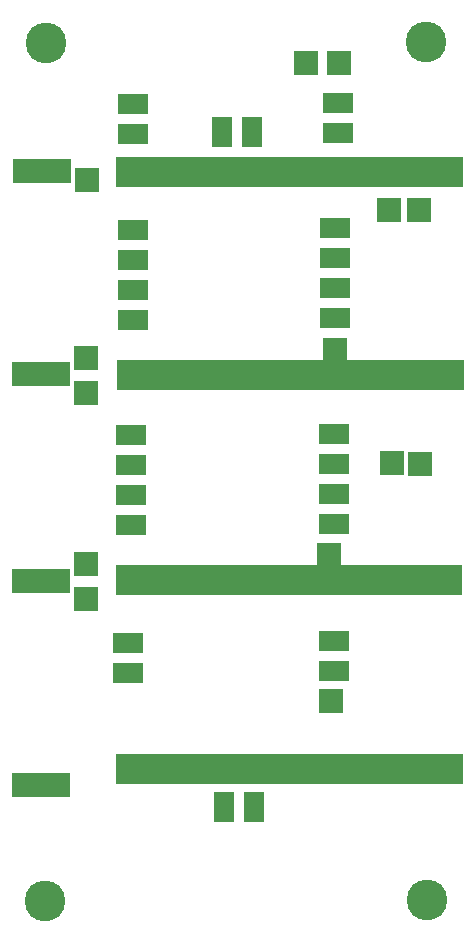
<source format=gbr>
%TF.GenerationSoftware,KiCad,Pcbnew,7.0.6*%
%TF.CreationDate,2023-08-04T08:10:22+02:00*%
%TF.ProjectId,78_1x39_1mm Solr tile,37382c31-7833-4392-9c31-6d6d20536f6c,rev?*%
%TF.SameCoordinates,Original*%
%TF.FileFunction,Soldermask,Bot*%
%TF.FilePolarity,Negative*%
%FSLAX46Y46*%
G04 Gerber Fmt 4.6, Leading zero omitted, Abs format (unit mm)*
G04 Created by KiCad (PCBNEW 7.0.6) date 2023-08-04 08:10:22*
%MOMM*%
%LPD*%
G01*
G04 APERTURE LIST*
%ADD10R,2.500000X1.700000*%
%ADD11R,15.000000X2.500000*%
%ADD12C,3.450000*%
%ADD13R,2.000000X2.000000*%
%ADD14R,1.700000X2.500000*%
%ADD15R,5.000000X2.000000*%
G04 APERTURE END LIST*
D10*
%TO.C,REF\u002A\u002A*%
X27270000Y-29280000D03*
X27270000Y-26740000D03*
%TD*%
D11*
%TO.C,REF\u002A\u002A*%
X33300000Y-32450000D03*
%TD*%
%TO.C,REF\u002A\u002A*%
X47750000Y-32450000D03*
%TD*%
%TO.C,REF\u002A\u002A*%
X33330000Y-83000000D03*
%TD*%
%TO.C,REF\u002A\u002A*%
X47780000Y-83000000D03*
%TD*%
%TO.C,REF\u002A\u002A*%
X33280000Y-66980000D03*
%TD*%
%TO.C,REF\u002A\u002A*%
X47730000Y-66980000D03*
%TD*%
%TO.C,REF\u002A\u002A*%
X33430000Y-49610000D03*
%TD*%
%TO.C,REF\u002A\u002A*%
X47880000Y-49610000D03*
%TD*%
D12*
%TO.C,REF\u002A\u002A*%
X52200000Y-94100000D03*
%TD*%
%TO.C,REF\u002A\u002A*%
X19890000Y-94190000D03*
%TD*%
%TO.C,REF\u002A\u002A*%
X19900000Y-21510000D03*
%TD*%
%TO.C,REF\u002A\u002A*%
X52130000Y-21480000D03*
%TD*%
D13*
%TO.C,REF\u002A\u002A*%
X23320000Y-48240000D03*
%TD*%
D14*
%TO.C,REF\u002A\u002A*%
X34820000Y-29090000D03*
X37360000Y-29090000D03*
%TD*%
D10*
%TO.C,REF\u002A\u002A*%
X26900000Y-74840000D03*
X26900000Y-72300000D03*
%TD*%
D15*
%TO.C,REF\u002A\u002A*%
X19580000Y-32380000D03*
%TD*%
D13*
%TO.C,REF\u002A\u002A*%
X44080000Y-77210000D03*
%TD*%
%TO.C,REF\u002A\u002A*%
X44700000Y-23270000D03*
%TD*%
D15*
%TO.C,REF\u002A\u002A*%
X19500000Y-67070000D03*
%TD*%
D13*
%TO.C,REF\u002A\u002A*%
X23350000Y-68650000D03*
%TD*%
%TO.C,REF\u002A\u002A*%
X23330000Y-65680000D03*
%TD*%
D10*
%TO.C,J8*%
X27290000Y-44960000D03*
X27290000Y-42420000D03*
X27290000Y-39880000D03*
X27290000Y-37340000D03*
%TD*%
D13*
%TO.C,REF\u002A\u002A*%
X23340000Y-51210000D03*
%TD*%
D10*
%TO.C,J8*%
X44290000Y-54600000D03*
X44290000Y-57140000D03*
X44290000Y-59680000D03*
X44290000Y-62220000D03*
%TD*%
D13*
%TO.C,REF\u002A\u002A*%
X43920000Y-64890000D03*
%TD*%
D15*
%TO.C,REF\u002A\u002A*%
X19501932Y-84392361D03*
%TD*%
D13*
%TO.C,REF\u002A\u002A*%
X51600000Y-57180000D03*
%TD*%
%TO.C,REF\u002A\u002A*%
X48970000Y-35650000D03*
%TD*%
D10*
%TO.C,J8*%
X44420000Y-37230000D03*
X44420000Y-39770000D03*
X44420000Y-42310000D03*
X44420000Y-44850000D03*
%TD*%
D15*
%TO.C,REF\u002A\u002A*%
X19511932Y-49522361D03*
%TD*%
D13*
%TO.C,REF\u002A\u002A*%
X51510000Y-35660000D03*
%TD*%
%TO.C,REF\u002A\u002A*%
X23380000Y-33110000D03*
%TD*%
D10*
%TO.C,J8*%
X27160000Y-62330000D03*
X27160000Y-59790000D03*
X27160000Y-57250000D03*
X27160000Y-54710000D03*
%TD*%
%TO.C,REF\u002A\u002A*%
X44650000Y-26590000D03*
X44650000Y-29130000D03*
%TD*%
D13*
%TO.C,REF\u002A\u002A*%
X44400000Y-47490000D03*
%TD*%
%TO.C,REF\u002A\u002A*%
X27330000Y-32350000D03*
%TD*%
D14*
%TO.C,REF\u002A\u002A*%
X37560000Y-86250000D03*
X35020000Y-86250000D03*
%TD*%
D10*
%TO.C,REF\u002A\u002A*%
X44280000Y-72150000D03*
X44280000Y-74690000D03*
%TD*%
D13*
%TO.C,REF\u002A\u002A*%
X41930000Y-23270000D03*
%TD*%
%TO.C,REF\u002A\u002A*%
X49190000Y-57130000D03*
%TD*%
M02*

</source>
